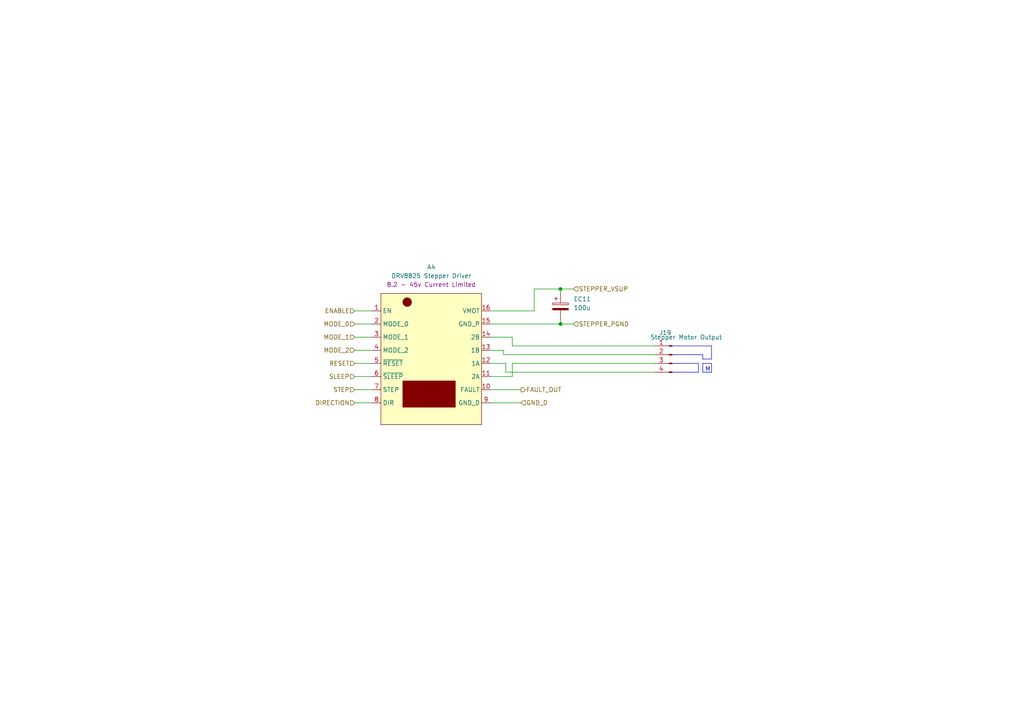
<source format=kicad_sch>
(kicad_sch (version 20230121) (generator eeschema)
  (paper "A4")
  (lib_symbols
    (symbol "000_Capacitor_Electrolytic_Immo:100u" (pin_numbers hide) (pin_names (offset 0.254))
      (property "Reference" "EC" (at 0.635 2.54 0))
      (property "Value" "100u" (at 0.635 -2.54 0))
      (symbol "100u_0_1"
        (rectangle (start -2.286 0.508) (end 2.286 1.016))
        (polyline (pts (xy -1.778 2.286) (xy -0.762 2.286)))
        (polyline (pts (xy -1.27 2.794) (xy -1.27 1.778)))
        (rectangle (start 2.286 -0.508) (end -2.286 -1.016) (fill (type outline)))
      )
      (symbol "100u_1_1"
        (pin passive line (at 0 3.81 270) (length 2.794) (name "~") (number "1"))
        (pin passive line (at 0 -3.81 90) (length 2.794) (name "~") (number "2"))
      )
    )
    (symbol "000_Connectors_Immo:4_pin_JST_XH_male" (pin_names (offset 1.016) hide)
      (property "Reference" "J" (at 0 5.08 0))
      (property "Value" "4_pin_JST_XH_male" (at 0 -7.62 0))
      (symbol "4_pin_JST_XH_male_1_1"
        (polyline (pts (xy 1.27 -5.08) (xy 0.8636 -5.08)) (stroke (width 0.1524)))
        (polyline (pts (xy 1.27 -2.54) (xy 0.8636 -2.54)) (stroke (width 0.1524)))
        (polyline (pts (xy 1.27 0) (xy 0.8636 0)) (stroke (width 0.1524)))
        (polyline (pts (xy 1.27 2.54) (xy 0.8636 2.54)) (stroke (width 0.1524)))
        (rectangle (start 0.8636 -4.953) (end 0 -5.207) (stroke (width 0.1524)) (fill (type outline)))
        (rectangle (start 0.8636 -2.413) (end 0 -2.667) (stroke (width 0.1524)) (fill (type outline)))
        (rectangle (start 0.8636 0.127) (end 0 -0.127) (stroke (width 0.1524)) (fill (type outline)))
        (rectangle (start 0.8636 2.667) (end 0 2.413) (stroke (width 0.1524)) (fill (type outline)))
        (pin passive line (at 5.08 2.54 180) (length 3.81) (name "Pin_1") (number "1"))
        (pin passive line (at 5.08 0 180) (length 3.81) (name "Pin_2") (number "2"))
        (pin passive line (at 5.08 -2.54 180) (length 3.81) (name "Pin_3") (number "3"))
        (pin passive line (at 5.08 -5.08 180) (length 3.81) (name "Pin_4") (number "4"))
      )
    )
    (symbol "000_Modules_Immo:DRV8825 High Current Stepper Motor Driver Module"
      (property "Reference" "A" (at -12.7 31.75 0))
      (property "Value" "DRV8825 High Current Stepper Motor Driver Module" (at -16.51 30.48 0))
      (property "Notes" "8.2 - 45v Current Limited" (at 0 -17.78 0))
      (symbol "DRV8825 High Current Stepper Motor Driver Module_0_1"
        (rectangle (start -15.24 17.78) (end 13.97 -20.32) (fill (type background)))
        (rectangle (start -8.89 -7.62) (end 6.35 -15.24) (fill (type outline)))
        (circle (center -7.62 15.24) (radius 1.27) (fill (type outline)))
      )
      (symbol "DRV8825 High Current Stepper Motor Driver Module_1_1"
        (pin passive line (at -17.78 12.7 0) (length 2.54) (name "EN") (number "1"))
        (pin output line (at 16.51 -10.16 180) (length 2.54) (name "FAULT") (number "10"))
        (pin output line (at 16.51 -6.35 180) (length 2.54) (name "2A") (number "11"))
        (pin output line (at 16.51 -2.54 180) (length 2.54) (name "1A") (number "12"))
        (pin output line (at 16.51 1.27 180) (length 2.54) (name "1B") (number "13"))
        (pin output line (at 16.51 5.08 180) (length 2.54) (name "2B") (number "14"))
        (pin power_in line (at 16.51 8.89 180) (length 2.54) (name "GND_P") (number "15"))
        (pin power_in line (at 16.51 12.7 180) (length 2.54) (name "VMOT") (number "16"))
        (pin passive line (at -17.78 8.89 0) (length 2.54) (name "MODE_0") (number "2"))
        (pin passive line (at -17.78 5.08 0) (length 2.54) (name "MODE_1") (number "3"))
        (pin passive line (at -17.78 1.27 0) (length 2.54) (name "MODE_2") (number "4"))
        (pin input line (at -17.78 -2.54 0) (length 2.54) (name "~{RESET}") (number "5"))
        (pin input line (at -17.78 -6.35 0) (length 2.54) (name "~{SLEEP}") (number "6"))
        (pin input line (at -17.78 -10.16 0) (length 2.54) (name "STEP") (number "7"))
        (pin input line (at -17.78 -13.97 0) (length 2.54) (name "DIR") (number "8"))
        (pin power_out line (at 16.51 -13.97 180) (length 2.54) (name "GND_D") (number "9"))
      )
    )
  )
  (junction (at 162.56 93.98))
  (junction (at 162.56 83.82))
  (wire (pts (xy 154.94 83.82) (xy 162.56 83.82)))
  (wire (pts (xy 142.24 93.98) (xy 162.56 93.98)))
  (wire (pts (xy 102.87 116.84) (xy 107.95 116.84)))
  (wire (pts (xy 162.56 83.82) (xy 162.56 85.09)))
  (wire (pts (xy 102.87 97.79) (xy 107.95 97.79)))
  (polyline (pts (xy 203.835 104.14) (xy 206.375 104.14)))
  (wire (pts (xy 102.87 105.41) (xy 107.95 105.41)))
  (wire (pts (xy 148.59 100.33) (xy 189.865 100.33)))
  (wire (pts (xy 102.87 109.22) (xy 107.95 109.22)))
  (polyline (pts (xy 203.835 106.68) (xy 203.835 105.41)))
  (polyline (pts (xy 196.215 107.95) (xy 202.565 107.95)))
  (wire (pts (xy 162.56 92.71) (xy 162.56 93.98)))
  (polyline (pts (xy 194.945 107.95) (xy 196.215 107.95)))
  (polyline (pts (xy 194.945 102.87) (xy 203.835 102.87)))
  (polyline (pts (xy 194.945 105.41) (xy 202.565 105.41)))
  (polyline (pts (xy 206.375 105.41) (xy 206.375 107.95)))
  (wire (pts (xy 102.87 101.6) (xy 107.95 101.6)))
  (wire (pts (xy 142.24 90.17) (xy 154.94 90.17)))
  (wire (pts (xy 142.24 101.6) (xy 146.05 101.6)))
  (wire (pts (xy 148.59 105.41) (xy 189.865 105.41)))
  (wire (pts (xy 146.05 101.6) (xy 146.05 102.87)))
  (wire (pts (xy 102.87 93.98) (xy 107.95 93.98)))
  (polyline (pts (xy 206.375 104.14) (xy 206.375 100.33)))
  (wire (pts (xy 142.24 97.79) (xy 148.59 97.79)))
  (wire (pts (xy 148.59 97.79) (xy 148.59 100.33)))
  (wire (pts (xy 146.685 107.95) (xy 189.865 107.95)))
  (wire (pts (xy 142.24 113.03) (xy 151.13 113.03)))
  (polyline (pts (xy 203.835 102.87) (xy 203.835 104.14)))
  (wire (pts (xy 142.24 116.84) (xy 151.13 116.84)))
  (polyline (pts (xy 194.945 100.33) (xy 206.375 100.33)))
  (wire (pts (xy 162.56 93.98) (xy 166.37 93.98)))
  (polyline (pts (xy 202.565 105.41) (xy 202.565 107.95)))
  (wire (pts (xy 162.56 83.82) (xy 166.37 83.82)))
  (wire (pts (xy 146.05 102.87) (xy 189.865 102.87)))
  (wire (pts (xy 102.87 90.17) (xy 107.95 90.17)))
  (polyline (pts (xy 206.375 107.95) (xy 203.835 107.95)))
  (wire (pts (xy 148.59 105.41) (xy 148.59 109.22)))
  (polyline (pts (xy 203.835 106.68) (xy 203.835 107.95)))
  (wire (pts (xy 102.87 113.03) (xy 107.95 113.03)))
  (wire (pts (xy 142.24 105.41) (xy 146.685 105.41)))
  (wire (pts (xy 146.685 105.41) (xy 146.685 107.95)))
  (wire (pts (xy 154.94 90.17) (xy 154.94 83.82)))
  (wire (pts (xy 148.59 109.22) (xy 142.24 109.22)))
  (polyline (pts (xy 203.835 105.41) (xy 206.375 105.41)))
  (text "M" (at 204.47 107.95 0) (effects (font (size 1.27 1.27)) (justify left bottom)))
  (hierarchical_label "ENABLE" (shape input) (at 102.87 90.17 180))
  (hierarchical_label "STEPPER_PGND" (shape input) (at 166.37 93.98 0))
  (hierarchical_label "SLEEP" (shape input) (at 102.87 109.22 180))
  (hierarchical_label "STEPPER_VSUP" (shape input) (at 166.37 83.82 0))
  (hierarchical_label "DIRECTION" (shape input) (at 102.87 116.84 180))
  (hierarchical_label "RESET" (shape input) (at 102.87 105.41 180))
  (hierarchical_label "MODE_0" (shape input) (at 102.87 93.98 180))
  (hierarchical_label "STEP" (shape input) (at 102.87 113.03 180))
  (hierarchical_label "MODE_2" (shape input) (at 102.87 101.6 180))
  (hierarchical_label "GND_D" (shape input) (at 151.13 116.84 0))
  (hierarchical_label "FAULT_OUT" (shape output) (at 151.13 113.03 0))
  (hierarchical_label "MODE_1" (shape input) (at 102.87 97.79 180))
  (symbol (lib_id "000_Modules_Immo:DRV8825 High Current Stepper Motor Driver Module") (at 125.73 102.87 0) (unit 1)
    (property "Reference" "A4" (at 125.095 77.47 0))
    (property "Value" "DRV8825 Stepper Driver" (at 125.095 80.01 0))
    (property "Footprint" "Module:DRV8825 Stepper Motor Module" (effects hide))
    (property "Datasheet" "https://protosupplies.com/product/drv8825-high-current-stepper-motor-driver/" (effects hide))
    (property "Notes" "8.2 - 45v Current Limited" (at 125.095 82.55 0))
  )
  (symbol (lib_id "000_Capacitor_Electrolytic_Immo:100u") (at 162.56 88.9 0) (unit 1)
    (property "Reference" "EC11" (at 166.37 86.7409 0) (effects (justify left)))
    (property "Value" "100u" (at 166.37 89.2809 0) (effects (justify left)))
    (property "Footprint" "Capacitor_SMD:CP_Elec_6.3x7.7" (effects hide))
  )
  (symbol (lib_id "000_Connectors_Immo:4_pin_JST_XH_male") (at 194.945 102.87 0) (mirror y) (unit 1)
    (property "Reference" "J19" (at 191.135 96.52 0) (effects (justify right)))
    (property "Value" "Stepper Motor Output" (at 188.595 97.79 0) (effects (justify right)))
    (property "Footprint" "Connector_JST:JST_XH_B4B-XH-A_1x04_P2.50mm_Vertical" (effects hide))
  )
)
</source>
